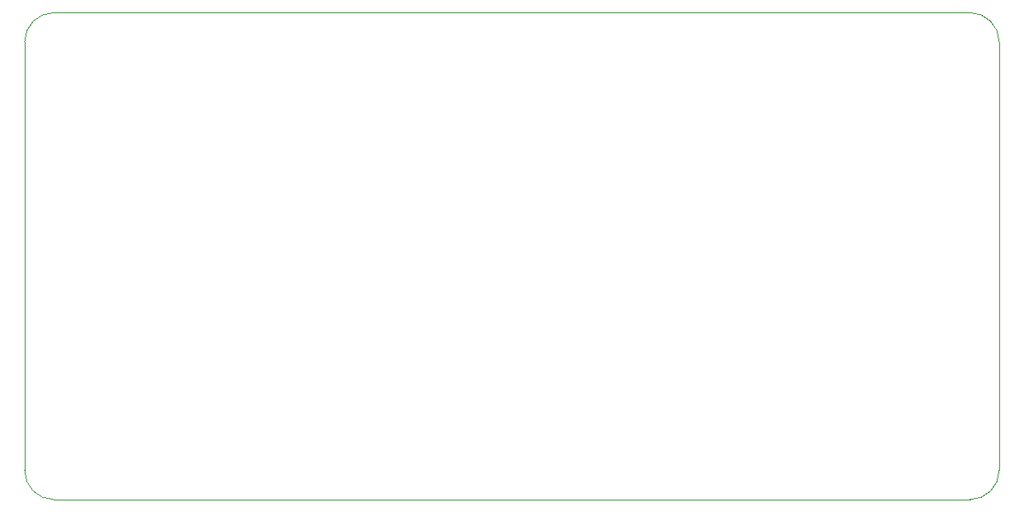
<source format=gbr>
%TF.GenerationSoftware,KiCad,Pcbnew,9.0.0*%
%TF.CreationDate,2025-07-15T20:23:25+12:00*%
%TF.ProjectId,ADC_Board,4144435f-426f-4617-9264-2e6b69636164,B*%
%TF.SameCoordinates,Original*%
%TF.FileFunction,Profile,NP*%
%FSLAX46Y46*%
G04 Gerber Fmt 4.6, Leading zero omitted, Abs format (unit mm)*
G04 Created by KiCad (PCBNEW 9.0.0) date 2025-07-15 20:23:25*
%MOMM*%
%LPD*%
G01*
G04 APERTURE LIST*
%TA.AperFunction,Profile*%
%ADD10C,0.050000*%
%TD*%
G04 APERTURE END LIST*
D10*
X90000000Y-117000000D02*
X90000000Y-73000000D01*
X187000000Y-70000000D02*
G75*
G02*
X190000000Y-73000000I0J-3000000D01*
G01*
X93000000Y-120000000D02*
G75*
G02*
X90000000Y-117000000I0J3000000D01*
G01*
X90000000Y-73000000D02*
G75*
G02*
X93000000Y-70000000I3000000J0D01*
G01*
X190000000Y-73000000D02*
X190000000Y-117000000D01*
X187000000Y-120000000D02*
X93000000Y-120000000D01*
X190000000Y-117000000D02*
G75*
G02*
X187000000Y-120000000I-3000000J0D01*
G01*
X93000000Y-70000000D02*
X187000000Y-70000000D01*
M02*

</source>
